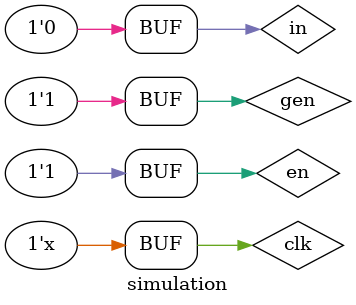
<source format=v>
`timescale 1ns / 1ps


module simulation();
reg clk , en ,gen , in;
wire [3:0]y;

ckt uut(clk,en,gen,in,y);
always #10 clk=~clk;
initial
begin
clk=1'b0;
en=1'b0;
gen=1'b0;
in=1'b1;
#11;
en=1'b1;
#20;
gen=1'b1;
#20;
in=1'b1;
#20;
in=1'b1;
#10;
in = 1'b0;

end
endmodule

</source>
